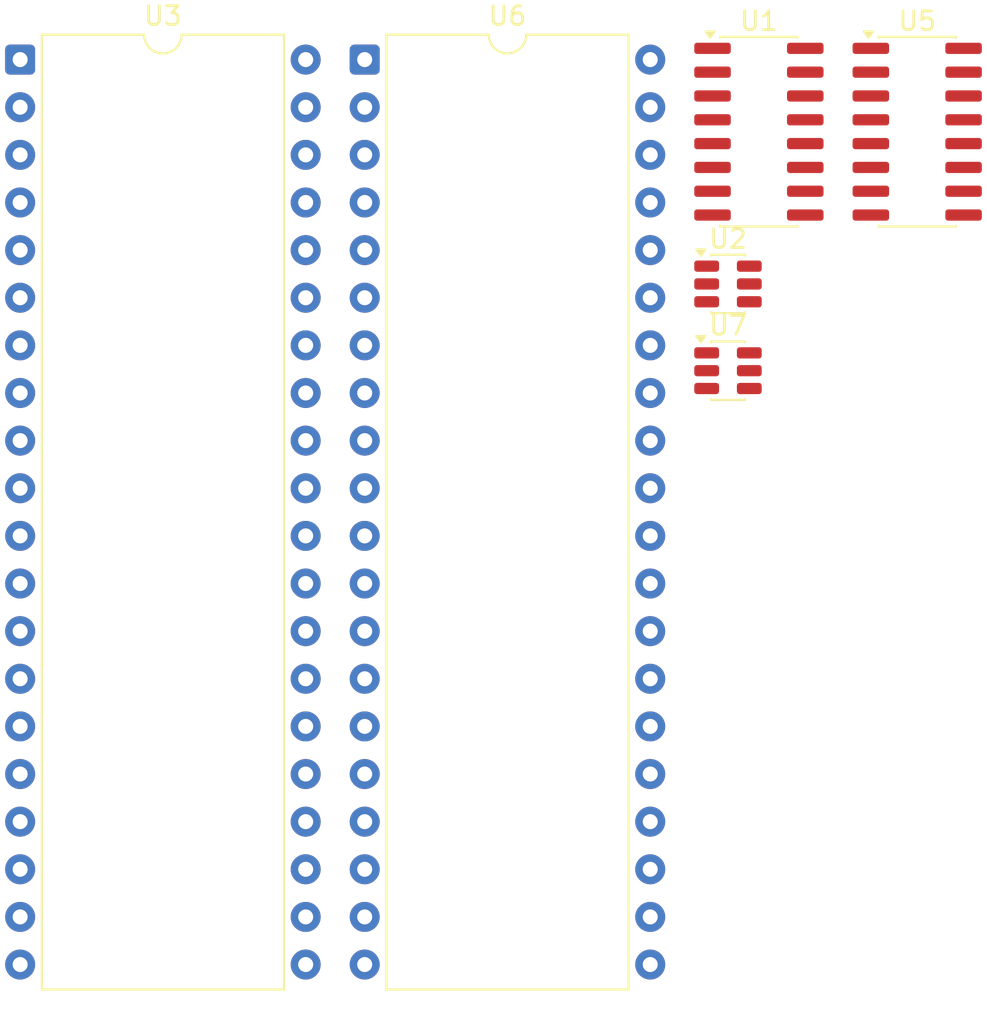
<source format=kicad_pcb>
(kicad_pcb (version 20241229) (generator "pcbnew") (generator_version "9.0")
  (layers (0 "F.Cu" signal) (2 "B.Cu" signal) (13 "F.Paste" user) (15 "B.Paste" user) (5 "F.SilkS" user "F.Silkscreen") (7 "B.SilkS" user "B.Silkscreen") (1 "F.Mask" user) (3 "B.Mask" user) (25 "Edge.Cuts" user))
  (net 0 "")
  (net 2 "Net-(U1-VOL)")
  (net 3 "Net-(SC1-+)")
  (net 29 "Net-(D2-A)")
  (net 32 "Net-(U3-A0)")
  (net 50 "Net-(U3-A1)")
  (net 73 "Net-(U5-VOL)")
  (net 74 "Net-(SC2-+)")
  (net 84 "Net-(U6-A1)")
  (net 99 "Net-(U6-A0)")
  (net 117 "Net-(D5-A)")
  (footprint "Package_SO:SOIC-16_3.9x9.9mm_P1.27mm" (layer "F.Cu") (at 158.8 78.585)
    (property "Reference" "U1" (at 0 -5.9 0) (layer "F.SilkS"))
    (property "Value" "NCD5702")
    (fp_line (start -2.06 -5.06) (end 2.06 -5.06) (stroke (width 0.12)) (layer "F.SilkS"))
    (fp_line (start -2.06 -5.005) (end -2.06 -5.06) (stroke (width 0.12)) (layer "F.SilkS"))
    (fp_line (start -2.06 5.06) (end -2.06 5.005) (stroke (width 0.12)) (layer "F.SilkS"))
    (fp_line (start 2.06 -5.06) (end 2.06 -5.005) (stroke (width 0.12)) (layer "F.SilkS"))
    (fp_line (start 2.06 5.005) (end 2.06 5.06) (stroke (width 0.12)) (layer "F.SilkS"))
    (fp_line (start 2.06 5.06) (end -2.06 5.06) (stroke (width 0.12)) (layer "F.SilkS"))
    (fp_poly (pts (xy -2.6 -5.01) (xy -2.84 -5.34) (xy -2.36 -5.34)) (stroke (width 0.12)) (fill yes) (layer "F.SilkS"))
    (pad "1" smd roundrect (at -2.475 -4.445) (size 1.95 0.6) (layers "F.Cu" "F.Mask" "F.Paste") (net 3 "Net-(SC1-+)"))
    (pad "2" smd roundrect (at -2.475 -3.175) (size 1.95 0.6) (layers "F.Cu" "F.Mask" "F.Paste"))
    (pad "3" smd roundrect (at -2.475 -1.905) (size 1.95 0.6) (layers "F.Cu" "F.Mask" "F.Paste"))
    (pad "4" smd roundrect (at -2.475 -0.635) (size 1.95 0.6) (layers "F.Cu" "F.Mask" "F.Paste"))
    (pad "5" smd roundrect (at -2.475 0.635) (size 1.95 0.6) (layers "F.Cu" "F.Mask" "F.Paste"))
    (pad "6" smd roundrect (at -2.475 1.905) (size 1.95 0.6) (layers "F.Cu" "F.Mask" "F.Paste"))
    (pad "7" smd roundrect (at -2.475 3.175) (size 1.95 0.6) (layers "F.Cu" "F.Mask" "F.Paste"))
    (pad "8" smd roundrect (at -2.475 4.445) (size 1.95 0.6) (layers "F.Cu" "F.Mask" "F.Paste"))
    (pad "9" smd roundrect (at 2.475 4.445) (size 1.95 0.6) (layers "F.Cu" "F.Mask" "F.Paste"))
    (pad "10" smd roundrect (at 2.475 3.175) (size 1.95 0.6) (layers "F.Cu" "F.Mask" "F.Paste"))
    (pad "11" smd roundrect (at 2.475 1.905) (size 1.95 0.6) (layers "F.Cu" "F.Mask" "F.Paste"))
    (pad "12" smd roundrect (at 2.475 0.635) (size 1.95 0.6) (layers "F.Cu" "F.Mask" "F.Paste") (net 2 "Net-(U1-VOL)"))
    (pad "13" smd roundrect (at 2.475 -0.635) (size 1.95 0.6) (layers "F.Cu" "F.Mask" "F.Paste"))
    (pad "14" smd roundrect (at 2.475 -1.905) (size 1.95 0.6) (layers "F.Cu" "F.Mask" "F.Paste"))
    (pad "15" smd roundrect (at 2.475 -3.175) (size 1.95 0.6) (layers "F.Cu" "F.Mask" "F.Paste"))
    (pad "16" smd roundrect (at 2.475 -4.445) (size 1.95 0.6) (layers "F.Cu" "F.Mask" "F.Paste"))
  )
  (footprint "Package_TO_SOT_SMD:SOT-23-6" (layer "F.Cu") (at 157.15 86.705)
    (property "Reference" "U2" (at 0 -2.4 0) (layer "F.SilkS"))
    (property "Value" "LM2776")
    (fp_line (start -0.91 -1.56) (end 0.91 -1.56) (stroke (width 0.12)) (layer "F.SilkS"))
    (fp_line (start -0.91 -1.51) (end -0.91 -1.56) (stroke (width 0.12)) (layer "F.SilkS"))
    (fp_line (start -0.91 1.56) (end -0.91 1.51) (stroke (width 0.12)) (layer "F.SilkS"))
    (fp_line (start 0.91 -1.56) (end 0.91 -1.51) (stroke (width 0.12)) (layer "F.SilkS"))
    (fp_line (start 0.91 1.51) (end 0.91 1.56) (stroke (width 0.12)) (layer "F.SilkS"))
    (fp_line (start 0.91 1.56) (end -0.91 1.56) (stroke (width 0.12)) (layer "F.SilkS"))
    (fp_poly (pts (xy -1.45 -1.51) (xy -1.69 -1.84) (xy -1.21 -1.84)) (stroke (width 0.12)) (fill yes) (layer "F.SilkS"))
    (pad "1" smd roundrect (at -1.1375 -0.95) (size 1.325 0.6) (layers "F.Cu" "F.Mask" "F.Paste"))
    (pad "2" smd roundrect (at -1.1375 0) (size 1.325 0.6) (layers "F.Cu" "F.Mask" "F.Paste"))
    (pad "3" smd roundrect (at -1.1375 0.95) (size 1.325 0.6) (layers "F.Cu" "F.Mask" "F.Paste"))
    (pad "4" smd roundrect (at 1.1375 0.95) (size 1.325 0.6) (layers "F.Cu" "F.Mask" "F.Paste"))
    (pad "5" smd roundrect (at 1.1375 0) (size 1.325 0.6) (layers "F.Cu" "F.Mask" "F.Paste") (net 2 "Net-(U1-VOL)"))
    (pad "6" smd roundrect (at 1.1375 -0.95) (size 1.325 0.6) (layers "F.Cu" "F.Mask" "F.Paste"))
  )
  (footprint "Package_TO_SOT_SMD:SOT-23-6" (layer "F.Cu") (at 157.15 91.33)
    (property "Reference" "U7" (at 0 -2.4 0) (layer "F.SilkS"))
    (property "Value" "LM2776")
    (fp_line (start -0.91 -1.56) (end 0.91 -1.56) (stroke (width 0.12)) (layer "F.SilkS"))
    (fp_line (start -0.91 -1.51) (end -0.91 -1.56) (stroke (width 0.12)) (layer "F.SilkS"))
    (fp_line (start -0.91 1.56) (end -0.91 1.51) (stroke (width 0.12)) (layer "F.SilkS"))
    (fp_line (start 0.91 -1.56) (end 0.91 -1.51) (stroke (width 0.12)) (layer "F.SilkS"))
    (fp_line (start 0.91 1.51) (end 0.91 1.56) (stroke (width 0.12)) (layer "F.SilkS"))
    (fp_line (start 0.91 1.56) (end -0.91 1.56) (stroke (width 0.12)) (layer "F.SilkS"))
    (fp_poly (pts (xy -1.45 -1.51) (xy -1.69 -1.84) (xy -1.21 -1.84)) (stroke (width 0.12)) (fill yes) (layer "F.SilkS"))
    (pad "1" smd roundrect (at -1.1375 -0.95) (size 1.325 0.6) (layers "F.Cu" "F.Mask" "F.Paste"))
    (pad "2" smd roundrect (at -1.1375 0) (size 1.325 0.6) (layers "F.Cu" "F.Mask" "F.Paste"))
    (pad "3" smd roundrect (at -1.1375 0.95) (size 1.325 0.6) (layers "F.Cu" "F.Mask" "F.Paste"))
    (pad "4" smd roundrect (at 1.1375 0.95) (size 1.325 0.6) (layers "F.Cu" "F.Mask" "F.Paste"))
    (pad "5" smd roundrect (at 1.1375 0) (size 1.325 0.6) (layers "F.Cu" "F.Mask" "F.Paste") (net 73 "Net-(U5-VOL)"))
    (pad "6" smd roundrect (at 1.1375 -0.95) (size 1.325 0.6) (layers "F.Cu" "F.Mask" "F.Paste"))
  )
  (footprint "Package_DIP:DIP-40_W15.24mm" (layer "F.Cu") (at 119.37 74.74)
    (property "Reference" "U3" (at 7.62 -2.33 0) (layer "F.SilkS"))
    (property "Value" "8080")
    (fp_line (start 1.16 -1.33) (end 1.16 49.59) (stroke (width 0.12)) (layer "F.SilkS"))
    (fp_line (start 1.16 49.59) (end 14.08 49.59) (stroke (width 0.12)) (layer "F.SilkS"))
    (fp_line (start 6.62 -1.33) (end 1.16 -1.33) (stroke (width 0.12)) (layer "F.SilkS"))
    (fp_line (start 14.08 -1.33) (end 8.62 -1.33) (stroke (width 0.12)) (layer "F.SilkS"))
    (fp_line (start 14.08 49.59) (end 14.08 -1.33) (stroke (width 0.12)) (layer "F.SilkS"))
    (fp_arc (start 8.62 -1.33) (mid 7.62 -0.33) (end 6.62 -1.33) (stroke (width 0.12)) (layer "F.SilkS"))
    (pad "1" thru_hole roundrect (at 0 0) (size 1.6 1.6) (drill 0.8) (layers "*.Cu" "*.Mask") (roundrect_rratio 0.15625))
    (pad "2" thru_hole circle (at 0 2.54) (size 1.6 1.6) (drill 0.8) (layers "*.Cu" "*.Mask"))
    (pad "3" thru_hole circle (at 0 5.08) (size 1.6 1.6) (drill 0.8) (layers "*.Cu" "*.Mask"))
    (pad "4" thru_hole circle (at 0 7.62) (size 1.6 1.6) (drill 0.8) (layers "*.Cu" "*.Mask"))
    (pad "5" thru_hole circle (at 0 10.16) (size 1.6 1.6) (drill 0.8) (layers "*.Cu" "*.Mask"))
    (pad "6" thru_hole circle (at 0 12.7) (size 1.6 1.6) (drill 0.8) (layers "*.Cu" "*.Mask"))
    (pad "7" thru_hole circle (at 0 15.24) (size 1.6 1.6) (drill 0.8) (layers "*.Cu" "*.Mask"))
    (pad "8" thru_hole circle (at 0 17.78) (size 1.6 1.6) (drill 0.8) (layers "*.Cu" "*.Mask"))
    (pad "9" thru_hole circle (at 0 20.32) (size 1.6 1.6) (drill 0.8) (layers "*.Cu" "*.Mask"))
    (pad "10" thru_hole circle (at 0 22.86) (size 1.6 1.6) (drill 0.8) (layers "*.Cu" "*.Mask"))
    (pad "11" thru_hole circle (at 0 25.4) (size 1.6 1.6) (drill 0.8) (layers "*.Cu" "*.Mask"))
    (pad "12" thru_hole circle (at 0 27.94) (size 1.6 1.6) (drill 0.8) (layers "*.Cu" "*.Mask") (net 29 "Net-(D2-A)"))
    (pad "13" thru_hole circle (at 0 30.48) (size 1.6 1.6) (drill 0.8) (layers "*.Cu" "*.Mask"))
    (pad "14" thru_hole circle (at 0 33.02) (size 1.6 1.6) (drill 0.8) (layers "*.Cu" "*.Mask"))
    (pad "15" thru_hole circle (at 0 35.56) (size 1.6 1.6) (drill 0.8) (layers "*.Cu" "*.Mask"))
    (pad "16" thru_hole circle (at 0 38.1) (size 1.6 1.6) (drill 0.8) (layers "*.Cu" "*.Mask"))
    (pad "17" thru_hole circle (at 0 40.64) (size 1.6 1.6) (drill 0.8) (layers "*.Cu" "*.Mask"))
    (pad "18" thru_hole circle (at 0 43.18) (size 1.6 1.6) (drill 0.8) (layers "*.Cu" "*.Mask"))
    (pad "19" thru_hole circle (at 0 45.72) (size 1.6 1.6) (drill 0.8) (layers "*.Cu" "*.Mask"))
    (pad "20" thru_hole circle (at 0 48.26) (size 1.6 1.6) (drill 0.8) (layers "*.Cu" "*.Mask"))
    (pad "21" thru_hole circle (at 15.24 48.26) (size 1.6 1.6) (drill 0.8) (layers "*.Cu" "*.Mask"))
    (pad "22" thru_hole circle (at 15.24 45.72) (size 1.6 1.6) (drill 0.8) (layers "*.Cu" "*.Mask"))
    (pad "23" thru_hole circle (at 15.24 43.18) (size 1.6 1.6) (drill 0.8) (layers "*.Cu" "*.Mask"))
    (pad "24" thru_hole circle (at 15.24 40.64) (size 1.6 1.6) (drill 0.8) (layers "*.Cu" "*.Mask"))
    (pad "25" thru_hole circle (at 15.24 38.1) (size 1.6 1.6) (drill 0.8) (layers "*.Cu" "*.Mask") (net 32 "Net-(U3-A0)"))
    (pad "26" thru_hole circle (at 15.24 35.56) (size 1.6 1.6) (drill 0.8) (layers "*.Cu" "*.Mask") (net 50 "Net-(U3-A1)"))
    (pad "27" thru_hole circle (at 15.24 33.02) (size 1.6 1.6) (drill 0.8) (layers "*.Cu" "*.Mask"))
    (pad "28" thru_hole circle (at 15.24 30.48) (size 1.6 1.6) (drill 0.8) (layers "*.Cu" "*.Mask"))
    (pad "29" thru_hole circle (at 15.24 27.94) (size 1.6 1.6) (drill 0.8) (layers "*.Cu" "*.Mask"))
    (pad "30" thru_hole circle (at 15.24 25.4) (size 1.6 1.6) (drill 0.8) (layers "*.Cu" "*.Mask"))
    (pad "31" thru_hole circle (at 15.24 22.86) (size 1.6 1.6) (drill 0.8) (layers "*.Cu" "*.Mask"))
    (pad "32" thru_hole circle (at 15.24 20.32) (size 1.6 1.6) (drill 0.8) (layers "*.Cu" "*.Mask"))
    (pad "33" thru_hole circle (at 15.24 17.78) (size 1.6 1.6) (drill 0.8) (layers "*.Cu" "*.Mask"))
    (pad "34" thru_hole circle (at 15.24 15.24) (size 1.6 1.6) (drill 0.8) (layers "*.Cu" "*.Mask"))
    (pad "35" thru_hole circle (at 15.24 12.7) (size 1.6 1.6) (drill 0.8) (layers "*.Cu" "*.Mask"))
    (pad "36" thru_hole circle (at 15.24 10.16) (size 1.6 1.6) (drill 0.8) (layers "*.Cu" "*.Mask"))
    (pad "37" thru_hole circle (at 15.24 7.62) (size 1.6 1.6) (drill 0.8) (layers "*.Cu" "*.Mask"))
    (pad "38" thru_hole circle (at 15.24 5.08) (size 1.6 1.6) (drill 0.8) (layers "*.Cu" "*.Mask"))
    (pad "39" thru_hole circle (at 15.24 2.54) (size 1.6 1.6) (drill 0.8) (layers "*.Cu" "*.Mask"))
    (pad "40" thru_hole circle (at 15.24 0) (size 1.6 1.6) (drill 0.8) (layers "*.Cu" "*.Mask"))
  )
  (footprint "Package_SO:SOIC-16_3.9x9.9mm_P1.27mm" (layer "F.Cu") (at 167.25 78.585)
    (property "Reference" "U5" (at 0 -5.9 0) (layer "F.SilkS"))
    (property "Value" "NCD5702")
    (fp_line (start -2.06 -5.06) (end 2.06 -5.06) (stroke (width 0.12)) (layer "F.SilkS"))
    (fp_line (start -2.06 -5.005) (end -2.06 -5.06) (stroke (width 0.12)) (layer "F.SilkS"))
    (fp_line (start -2.06 5.06) (end -2.06 5.005) (stroke (width 0.12)) (layer "F.SilkS"))
    (fp_line (start 2.06 -5.06) (end 2.06 -5.005) (stroke (width 0.12)) (layer "F.SilkS"))
    (fp_line (start 2.06 5.005) (end 2.06 5.06) (stroke (width 0.12)) (layer "F.SilkS"))
    (fp_line (start 2.06 5.06) (end -2.06 5.06) (stroke (width 0.12)) (layer "F.SilkS"))
    (fp_poly (pts (xy -2.6 -5.01) (xy -2.84 -5.34) (xy -2.36 -5.34)) (stroke (width 0.12)) (fill yes) (layer "F.SilkS"))
    (pad "1" smd roundrect (at -2.475 -4.445) (size 1.95 0.6) (layers "F.Cu" "F.Mask" "F.Paste") (net 74 "Net-(SC2-+)"))
    (pad "2" smd roundrect (at -2.475 -3.175) (size 1.95 0.6) (layers "F.Cu" "F.Mask" "F.Paste"))
    (pad "3" smd roundrect (at -2.475 -1.905) (size 1.95 0.6) (layers "F.Cu" "F.Mask" "F.Paste"))
    (pad "4" smd roundrect (at -2.475 -0.635) (size 1.95 0.6) (layers "F.Cu" "F.Mask" "F.Paste"))
    (pad "5" smd roundrect (at -2.475 0.635) (size 1.95 0.6) (layers "F.Cu" "F.Mask" "F.Paste"))
    (pad "6" smd roundrect (at -2.475 1.905) (size 1.95 0.6) (layers "F.Cu" "F.Mask" "F.Paste"))
    (pad "7" smd roundrect (at -2.475 3.175) (size 1.95 0.6) (layers "F.Cu" "F.Mask" "F.Paste"))
    (pad "8" smd roundrect (at -2.475 4.445) (size 1.95 0.6) (layers "F.Cu" "F.Mask" "F.Paste"))
    (pad "9" smd roundrect (at 2.475 4.445) (size 1.95 0.6) (layers "F.Cu" "F.Mask" "F.Paste"))
    (pad "10" smd roundrect (at 2.475 3.175) (size 1.95 0.6) (layers "F.Cu" "F.Mask" "F.Paste"))
    (pad "11" smd roundrect (at 2.475 1.905) (size 1.95 0.6) (layers "F.Cu" "F.Mask" "F.Paste"))
    (pad "12" smd roundrect (at 2.475 0.635) (size 1.95 0.6) (layers "F.Cu" "F.Mask" "F.Paste") (net 73 "Net-(U5-VOL)"))
    (pad "13" smd roundrect (at 2.475 -0.635) (size 1.95 0.6) (layers "F.Cu" "F.Mask" "F.Paste"))
    (pad "14" smd roundrect (at 2.475 -1.905) (size 1.95 0.6) (layers "F.Cu" "F.Mask" "F.Paste"))
    (pad "15" smd roundrect (at 2.475 -3.175) (size 1.95 0.6) (layers "F.Cu" "F.Mask" "F.Paste"))
    (pad "16" smd roundrect (at 2.475 -4.445) (size 1.95 0.6) (layers "F.Cu" "F.Mask" "F.Paste"))
  )
  (footprint "Package_DIP:DIP-40_W15.24mm" (layer "F.Cu") (at 137.76 74.74)
    (property "Reference" "U6" (at 7.62 -2.33 0) (layer "F.SilkS"))
    (property "Value" "8080")
    (fp_line (start 1.16 -1.33) (end 1.16 49.59) (stroke (width 0.12)) (layer "F.SilkS"))
    (fp_line (start 1.16 49.59) (end 14.08 49.59) (stroke (width 0.12)) (layer "F.SilkS"))
    (fp_line (start 6.62 -1.33) (end 1.16 -1.33) (stroke (width 0.12)) (layer "F.SilkS"))
    (fp_line (start 14.08 -1.33) (end 8.62 -1.33) (stroke (width 0.12)) (layer "F.SilkS"))
    (fp_line (start 14.08 49.59) (end 14.08 -1.33) (stroke (width 0.12)) (layer "F.SilkS"))
    (fp_arc (start 8.62 -1.33) (mid 7.62 -0.33) (end 6.62 -1.33) (stroke (width 0.12)) (layer "F.SilkS"))
    (pad "1" thru_hole roundrect (at 0 0) (size 1.6 1.6) (drill 0.8) (layers "*.Cu" "*.Mask") (roundrect_rratio 0.15625))
    (pad "2" thru_hole circle (at 0 2.54) (size 1.6 1.6) (drill 0.8) (layers "*.Cu" "*.Mask"))
    (pad "3" thru_hole circle (at 0 5.08) (size 1.6 1.6) (drill 0.8) (layers "*.Cu" "*.Mask"))
    (pad "4" thru_hole circle (at 0 7.62) (size 1.6 1.6) (drill 0.8) (layers "*.Cu" "*.Mask"))
    (pad "5" thru_hole circle (at 0 10.16) (size 1.6 1.6) (drill 0.8) (layers "*.Cu" "*.Mask"))
    (pad "6" thru_hole circle (at 0 12.7) (size 1.6 1.6) (drill 0.8) (layers "*.Cu" "*.Mask"))
    (pad "7" thru_hole circle (at 0 15.24) (size 1.6 1.6) (drill 0.8) (layers "*.Cu" "*.Mask"))
    (pad "8" thru_hole circle (at 0 17.78) (size 1.6 1.6) (drill 0.8) (layers "*.Cu" "*.Mask"))
    (pad "9" thru_hole circle (at 0 20.32) (size 1.6 1.6) (drill 0.8) (layers "*.Cu" "*.Mask"))
    (pad "10" thru_hole circle (at 0 22.86) (size 1.6 1.6) (drill 0.8) (layers "*.Cu" "*.Mask"))
    (pad "11" thru_hole circle (at 0 25.4) (size 1.6 1.6) (drill 0.8) (layers "*.Cu" "*.Mask"))
    (pad "12" thru_hole circle (at 0 27.94) (size 1.6 1.6) (drill 0.8) (layers "*.Cu" "*.Mask") (net 117 "Net-(D5-A)"))
    (pad "13" thru_hole circle (at 0 30.48) (size 1.6 1.6) (drill 0.8) (layers "*.Cu" "*.Mask"))
    (pad "14" thru_hole circle (at 0 33.02) (size 1.6 1.6) (drill 0.8) (layers "*.Cu" "*.Mask"))
    (pad "15" thru_hole circle (at 0 35.56) (size 1.6 1.6) (drill 0.8) (layers "*.Cu" "*.Mask"))
    (pad "16" thru_hole circle (at 0 38.1) (size 1.6 1.6) (drill 0.8) (layers "*.Cu" "*.Mask"))
    (pad "17" thru_hole circle (at 0 40.64) (size 1.6 1.6) (drill 0.8) (layers "*.Cu" "*.Mask"))
    (pad "18" thru_hole circle (at 0 43.18) (size 1.6 1.6) (drill 0.8) (layers "*.Cu" "*.Mask"))
    (pad "19" thru_hole circle (at 0 45.72) (size 1.6 1.6) (drill 0.8) (layers "*.Cu" "*.Mask"))
    (pad "20" thru_hole circle (at 0 48.26) (size 1.6 1.6) (drill 0.8) (layers "*.Cu" "*.Mask"))
    (pad "21" thru_hole circle (at 15.24 48.26) (size 1.6 1.6) (drill 0.8) (layers "*.Cu" "*.Mask"))
    (pad "22" thru_hole circle (at 15.24 45.72) (size 1.6 1.6) (drill 0.8) (layers "*.Cu" "*.Mask"))
    (pad "23" thru_hole circle (at 15.24 43.18) (size 1.6 1.6) (drill 0.8) (layers "*.Cu" "*.Mask"))
    (pad "24" thru_hole circle (at 15.24 40.64) (size 1.6 1.6) (drill 0.8) (layers "*.Cu" "*.Mask"))
    (pad "25" thru_hole circle (at 15.24 38.1) (size 1.6 1.6) (drill 0.8) (layers "*.Cu" "*.Mask") (net 99 "Net-(U6-A0)"))
    (pad "26" thru_hole circle (at 15.24 35.56) (size 1.6 1.6) (drill 0.8) (layers "*.Cu" "*.Mask") (net 84 "Net-(U6-A1)"))
    (pad "27" thru_hole circle (at 15.24 33.02) (size 1.6 1.6) (drill 0.8) (layers "*.Cu" "*.Mask"))
    (pad "28" thru_hole circle (at 15.24 30.48) (size 1.6 1.6) (drill 0.8) (layers "*.Cu" "*.Mask"))
    (pad "29" thru_hole circle (at 15.24 27.94) (size 1.6 1.6) (drill 0.8) (layers "*.Cu" "*.Mask"))
    (pad "30" thru_hole circle (at 15.24 25.4) (size 1.6 1.6) (drill 0.8) (layers "*.Cu" "*.Mask"))
    (pad "31" thru_hole circle (at 15.24 22.86) (size 1.6 1.6) (drill 0.8) (layers "*.Cu" "*.Mask"))
    (pad "32" thru_hole circle (at 15.24 20.32) (size 1.6 1.6) (drill 0.8) (layers "*.Cu" "*.Mask"))
    (pad "33" thru_hole circle (at 15.24 17.78) (size 1.6 1.6) (drill 0.8) (layers "*.Cu" "*.Mask"))
    (pad "34" thru_hole circle (at 15.24 15.24) (size 1.6 1.6) (drill 0.8) (layers "*.Cu" "*.Mask"))
    (pad "35" thru_hole circle (at 15.24 12.7) (size 1.6 1.6) (drill 0.8) (layers "*.Cu" "*.Mask"))
    (pad "36" thru_hole circle (at 15.24 10.16) (size 1.6 1.6) (drill 0.8) (layers "*.Cu" "*.Mask"))
    (pad "37" thru_hole circle (at 15.24 7.62) (size 1.6 1.6) (drill 0.8) (layers "*.Cu" "*.Mask"))
    (pad "38" thru_hole circle (at 15.24 5.08) (size 1.6 1.6) (drill 0.8) (layers "*.Cu" "*.Mask"))
    (pad "39" thru_hole circle (at 15.24 2.54) (size 1.6 1.6) (drill 0.8) (layers "*.Cu" "*.Mask"))
    (pad "40" thru_hole circle (at 15.24 0) (size 1.6 1.6) (drill 0.8) (layers "*.Cu" "*.Mask"))
  )
)
</source>
